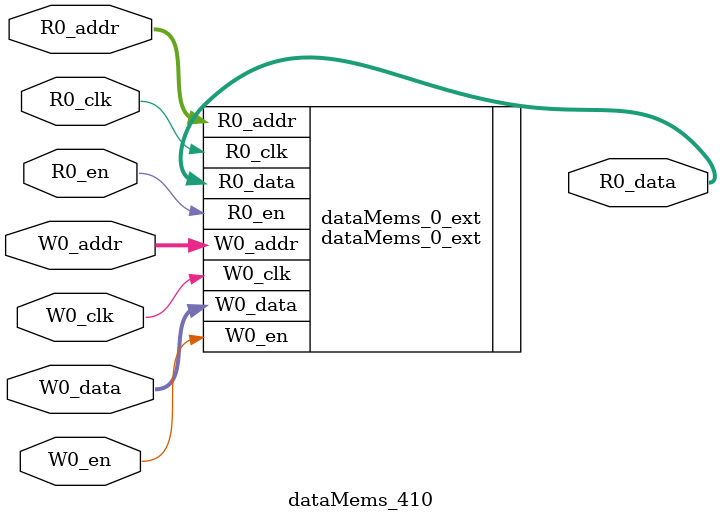
<source format=sv>
`ifndef RANDOMIZE
  `ifdef RANDOMIZE_REG_INIT
    `define RANDOMIZE
  `endif // RANDOMIZE_REG_INIT
`endif // not def RANDOMIZE
`ifndef RANDOMIZE
  `ifdef RANDOMIZE_MEM_INIT
    `define RANDOMIZE
  `endif // RANDOMIZE_MEM_INIT
`endif // not def RANDOMIZE

`ifndef RANDOM
  `define RANDOM $random
`endif // not def RANDOM

// Users can define 'PRINTF_COND' to add an extra gate to prints.
`ifndef PRINTF_COND_
  `ifdef PRINTF_COND
    `define PRINTF_COND_ (`PRINTF_COND)
  `else  // PRINTF_COND
    `define PRINTF_COND_ 1
  `endif // PRINTF_COND
`endif // not def PRINTF_COND_

// Users can define 'ASSERT_VERBOSE_COND' to add an extra gate to assert error printing.
`ifndef ASSERT_VERBOSE_COND_
  `ifdef ASSERT_VERBOSE_COND
    `define ASSERT_VERBOSE_COND_ (`ASSERT_VERBOSE_COND)
  `else  // ASSERT_VERBOSE_COND
    `define ASSERT_VERBOSE_COND_ 1
  `endif // ASSERT_VERBOSE_COND
`endif // not def ASSERT_VERBOSE_COND_

// Users can define 'STOP_COND' to add an extra gate to stop conditions.
`ifndef STOP_COND_
  `ifdef STOP_COND
    `define STOP_COND_ (`STOP_COND)
  `else  // STOP_COND
    `define STOP_COND_ 1
  `endif // STOP_COND
`endif // not def STOP_COND_

// Users can define INIT_RANDOM as general code that gets injected into the
// initializer block for modules with registers.
`ifndef INIT_RANDOM
  `define INIT_RANDOM
`endif // not def INIT_RANDOM

// If using random initialization, you can also define RANDOMIZE_DELAY to
// customize the delay used, otherwise 0.002 is used.
`ifndef RANDOMIZE_DELAY
  `define RANDOMIZE_DELAY 0.002
`endif // not def RANDOMIZE_DELAY

// Define INIT_RANDOM_PROLOG_ for use in our modules below.
`ifndef INIT_RANDOM_PROLOG_
  `ifdef RANDOMIZE
    `ifdef VERILATOR
      `define INIT_RANDOM_PROLOG_ `INIT_RANDOM
    `else  // VERILATOR
      `define INIT_RANDOM_PROLOG_ `INIT_RANDOM #`RANDOMIZE_DELAY begin end
    `endif // VERILATOR
  `else  // RANDOMIZE
    `define INIT_RANDOM_PROLOG_
  `endif // RANDOMIZE
`endif // not def INIT_RANDOM_PROLOG_

// Include register initializers in init blocks unless synthesis is set
`ifndef SYNTHESIS
  `ifndef ENABLE_INITIAL_REG_
    `define ENABLE_INITIAL_REG_
  `endif // not def ENABLE_INITIAL_REG_
`endif // not def SYNTHESIS

// Include rmemory initializers in init blocks unless synthesis is set
`ifndef SYNTHESIS
  `ifndef ENABLE_INITIAL_MEM_
    `define ENABLE_INITIAL_MEM_
  `endif // not def ENABLE_INITIAL_MEM_
`endif // not def SYNTHESIS

module dataMems_410(	// @[generators/ara/src/main/scala/UnsafeAXI4ToTL.scala:365:62]
  input  [4:0]  R0_addr,
  input         R0_en,
  input         R0_clk,
  output [66:0] R0_data,
  input  [4:0]  W0_addr,
  input         W0_en,
  input         W0_clk,
  input  [66:0] W0_data
);

  dataMems_0_ext dataMems_0_ext (	// @[generators/ara/src/main/scala/UnsafeAXI4ToTL.scala:365:62]
    .R0_addr (R0_addr),
    .R0_en   (R0_en),
    .R0_clk  (R0_clk),
    .R0_data (R0_data),
    .W0_addr (W0_addr),
    .W0_en   (W0_en),
    .W0_clk  (W0_clk),
    .W0_data (W0_data)
  );
endmodule


</source>
